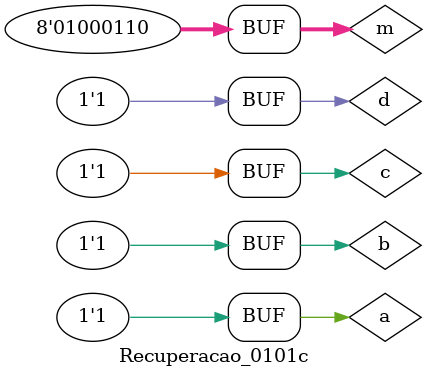
<source format=v>
/*
 Recuperacao_0101c.v - v0.0. - 30 / 10 / 2022
 Autor    : Gabriel Vargas Bento de Souza
 Matricula: 778023
 */

/* 
 Soma dos produtos
               ___
f(a,b,c,d) =  \   m (0,1,5,6,8,9,C,E)  = SoP(0,1,5,6,8,9,C,E)
              /___
*/

/**
 SoP(0,1,5,6,8,9,C,E)
 Simplificacao: (b'.c') + (b. c .d') + (a'.c'.d ) + (a .c'.d')
 */
module SoP (output s,
            input  a, b, c, d);
   assign s = (~b & ~c)            // 0, 1, 8, 9
            | ( b &  c & ~d)       // 6, E
            | (~a & ~c &  d)       // 1, 5
            | ( a & ~c & ~d);      // 8, C
endmodule // SoP

/**
  Recuperacao_0101c.v
 */
module Recuperacao_0101c;
   reg  a, b, c, d;
   reg[7:0] m;
   wire s;
   
   // instancias
   SoP SOP1 (s, a, b, c, d);
   
   // valores iniciais
   initial begin: start
      a=1'bx; b=1'bx; c=1'bx; d=1'bx;                      
   end

   // parte principal
   initial begin: main
       $display("Gabriel Vargas Bento de Souza - 778023");
       $display("Recuperacao_01");
       $display("\n01.c) SoP (0,1,5,6,8,9,C,E)\n");

       // monitoramento
       $display(" m  a  b  c  d  s");
       $monitor("%2c %2b %2b %2b %2b %2b", m, a,  b,  c,  d, s);

       // sinalizacao
          a=0; b=0; c=0; d=0; m="0";
       #1                d=1; m="1";
       #1           c=1; d=0; m="2";
       #1                d=1; m="3";
       #1      b=1; c=0; d=0; m="4";
       #1                d=1; m="5";
       #1           c=1; d=0; m="6";
       #1                d=1; m="7";
       #1 a=1; b=0; c=0; d=0; m="8";
       #1                d=1; m="9";
       #1           c=1; d=0; m="A";
       #1                d=1; m="B";
       #1      b=1; c=0; d=0; m="C";
       #1                d=1; m="D";
       #1           c=1; d=0; m="E";
       #1                d=1; m="F";
   end
endmodule // Recuperacao_0101c

/*
gabriel@desktop-ubuntu:~/Desktop/CC-PUC/2periodo/ARQ1/Tarefas/Recuperacao01$ vvp Recuperacao_0101c.vvp
Gabriel Vargas Bento de Souza - 778023
Recuperacao_01

01.c) SoP (0,1,5,6,8,9,C,E)

 m  a  b  c  d  s
 0  0  0  0  0  1
 1  0  0  0  1  1
 2  0  0  1  0  0
 3  0  0  1  1  0
 4  0  1  0  0  0
 5  0  1  0  1  1
 6  0  1  1  0  1
 7  0  1  1  1  0
 8  1  0  0  0  1
 9  1  0  0  1  1
 A  1  0  1  0  0
 B  1  0  1  1  0
 C  1  1  0  0  1
 D  1  1  0  1  0
 E  1  1  1  0  1
 F  1  1  1  1  0


*/
</source>
